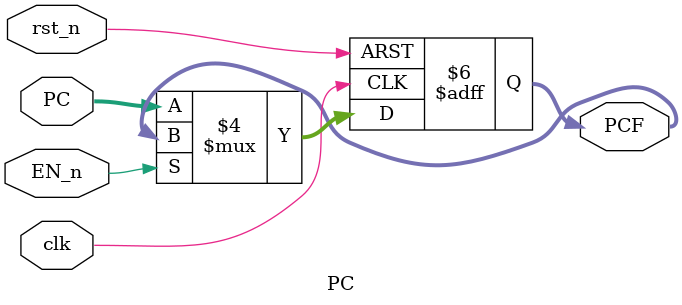
<source format=v>
module PC(
	input             clk,
	input             rst_n,
	input             EN_n,
	input      [31:0] PC,
	output reg [31:0] PCF
);

always @(posedge clk or negedge rst_n)
	begin
	    if (~rst_n) begin
	        PCF <= 32'b0;
	        end
	    else if (~EN_n) begin
	        PCF <= PC;    
	        end
	end
	
endmodule : PC

</source>
